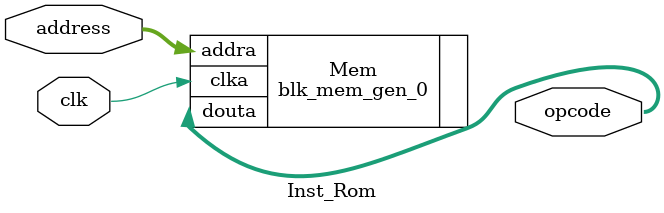
<source format=v>
`timescale 1ns / 1ps


module Inst_Rom(
    input wire [31:0]address,
    input wire clk,
    output wire [31:0]opcode
    );
blk_mem_gen_0 Mem (
  .clka(clk),    // input wire clka
  .addra(address),  // input wire [31 : 0] addra
  .douta(opcode)  // output wire [31 : 0] douta
);
endmodule


</source>
